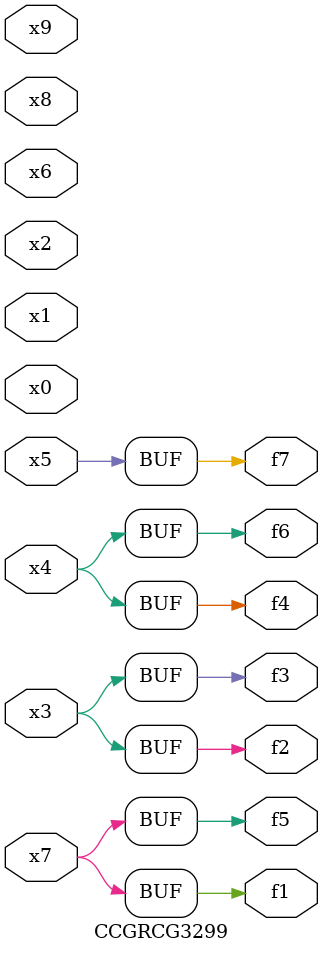
<source format=v>
module CCGRCG3299(
	input x0, x1, x2, x3, x4, x5, x6, x7, x8, x9,
	output f1, f2, f3, f4, f5, f6, f7
);
	assign f1 = x7;
	assign f2 = x3;
	assign f3 = x3;
	assign f4 = x4;
	assign f5 = x7;
	assign f6 = x4;
	assign f7 = x5;
endmodule

</source>
